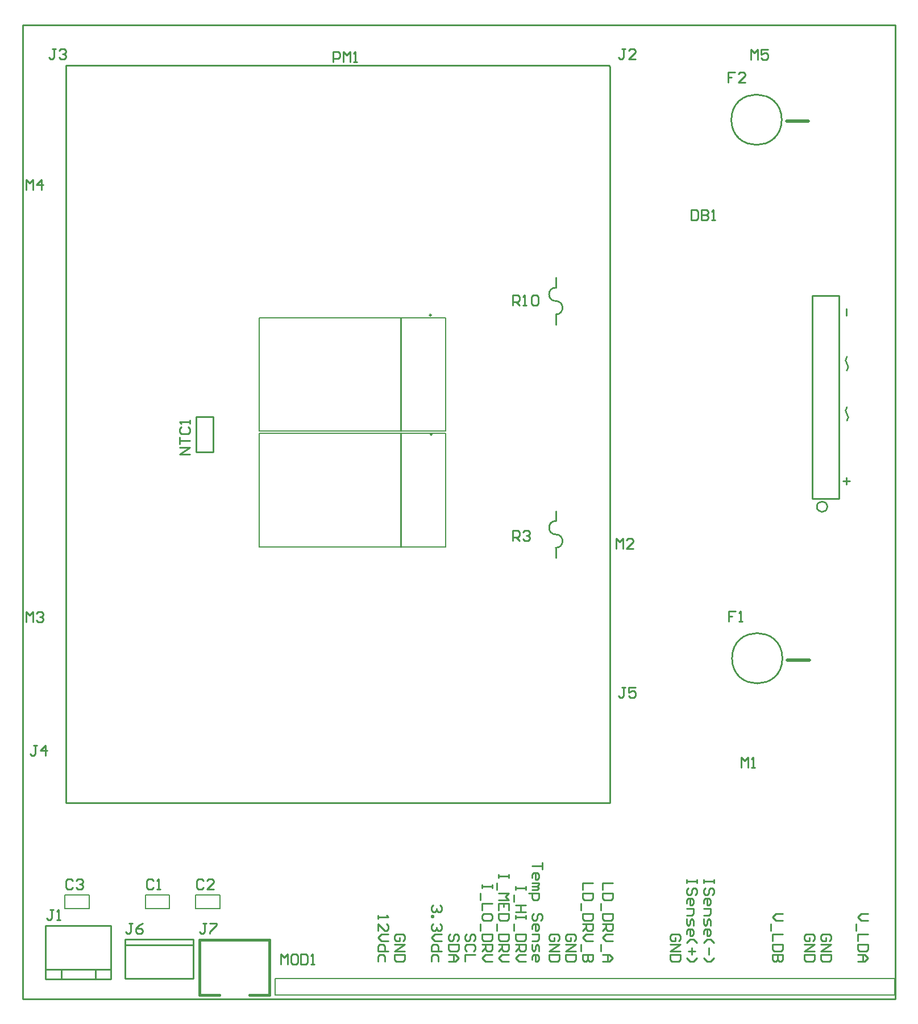
<source format=gto>
G04*
G04 #@! TF.GenerationSoftware,Altium Limited,CircuitStudio,1.5.2 (1.5.2.30)*
G04*
G04 Layer_Color=15065295*
%FSLAX44Y44*%
%MOMM*%
G71*
G01*
G75*
%ADD11C,0.2540*%
%ADD12C,0.5000*%
%ADD38C,0.2500*%
%ADD39C,0.2000*%
%ADD40C,0.4000*%
D11*
X2371000Y2220000D02*
G03*
X2371000Y2200000I0J-10000D01*
G01*
Y2180000D02*
G03*
X2371000Y2200000I0J10000D01*
G01*
Y1832500D02*
G03*
X2371000Y1852500I0J10000D01*
G01*
Y1872500D02*
G03*
X2371000Y1852500I0J-10000D01*
G01*
X2804656Y2116718D02*
G03*
X2804656Y2106718I5000J-5000D01*
G01*
Y2096718D02*
G03*
X2804656Y2106718I-5000J5000D01*
G01*
Y2041718D02*
G03*
X2804656Y2031718I5000J-5000D01*
G01*
Y2021718D02*
G03*
X2804656Y2031718I-5000J5000D01*
G01*
X2775381Y1893718D02*
G03*
X2775381Y1893718I-7725J0D01*
G01*
X2708500Y1668000D02*
G03*
X2708500Y1668000I-37500J0D01*
G01*
X2707500Y2470000D02*
G03*
X2707500Y2470000I-37500J0D01*
G01*
X2371000Y2220000D02*
Y2235000D01*
Y2165000D02*
Y2180000D01*
Y1817500D02*
Y1832500D01*
Y1872500D02*
Y1887500D01*
X2140250Y1833910D02*
Y2002820D01*
Y2006410D02*
Y2175320D01*
X1641000Y1452500D02*
X2451750D01*
X1641000D02*
Y2550750D01*
X2450000D01*
X2451750Y2549000D01*
Y1452500D02*
Y2549000D01*
X1835250Y2027750D02*
X1860250D01*
X1835250Y1975250D02*
Y2027750D01*
Y1975250D02*
X1860250D01*
Y2027750D01*
X2752656Y1905718D02*
Y2207718D01*
Y1905718D02*
X2792656D01*
Y2207718D01*
X2752656D02*
X2792656D01*
X1830900Y1191250D02*
Y1249670D01*
X1729300Y1240780D02*
X1830900D01*
X1729300Y1191250D02*
X1830900D01*
X1729300Y1249670D02*
X1830900D01*
X1729300Y1191250D02*
Y1249670D01*
X1685400Y1190350D02*
X1685500Y1190250D01*
X1685400Y1190350D02*
Y1204500D01*
X1634600Y1190400D02*
X1634750Y1190250D01*
X1634600Y1190400D02*
Y1204500D01*
X1611250D02*
X1708000D01*
X1611250Y1190250D02*
X1708000D01*
X1708500Y1190750D01*
Y1269500D01*
X1611250D02*
X1708500D01*
X1611250Y1190250D02*
Y1269500D01*
X2306750Y2193250D02*
Y2208485D01*
X2314368D01*
X2316907Y2205946D01*
Y2200867D01*
X2314368Y2198328D01*
X2306750D01*
X2311828D02*
X2316907Y2193250D01*
X2321985D02*
X2327063D01*
X2324524D01*
Y2208485D01*
X2321985Y2205946D01*
X2334681D02*
X2337220Y2208485D01*
X2342298D01*
X2344838Y2205946D01*
Y2195789D01*
X2342298Y2193250D01*
X2337220D01*
X2334681Y2195789D01*
Y2205946D01*
X2306750Y1843000D02*
Y1858235D01*
X2314368D01*
X2316907Y1855696D01*
Y1850617D01*
X2314368Y1848078D01*
X2306750D01*
X2311828D02*
X2316907Y1843000D01*
X2321985Y1855696D02*
X2324524Y1858235D01*
X2329603D01*
X2332142Y1855696D01*
Y1853157D01*
X2329603Y1850617D01*
X2327063D01*
X2329603D01*
X2332142Y1848078D01*
Y1845539D01*
X2329603Y1843000D01*
X2324524D01*
X2321985Y1845539D01*
X1651618Y1336665D02*
X1649079Y1339204D01*
X1644000D01*
X1641461Y1336665D01*
Y1326508D01*
X1644000Y1323969D01*
X1649079D01*
X1651618Y1326508D01*
X1656696Y1336665D02*
X1659235Y1339204D01*
X1664314D01*
X1666853Y1336665D01*
Y1334126D01*
X1664314Y1331586D01*
X1661774D01*
X1664314D01*
X1666853Y1329047D01*
Y1326508D01*
X1664314Y1323969D01*
X1659235D01*
X1656696Y1326508D01*
X1846577Y1336874D02*
X1844037Y1339413D01*
X1838959D01*
X1836420Y1336874D01*
Y1326717D01*
X1838959Y1324178D01*
X1844037D01*
X1846577Y1326717D01*
X1861812Y1324178D02*
X1851655D01*
X1861812Y1334335D01*
Y1336874D01*
X1859273Y1339413D01*
X1854194D01*
X1851655Y1336874D01*
X1771473Y1336888D02*
X1768934Y1339427D01*
X1763855D01*
X1761316Y1336888D01*
Y1326731D01*
X1763855Y1324192D01*
X1768934D01*
X1771473Y1326731D01*
X1776551Y1324192D02*
X1781629D01*
X1779090D01*
Y1339427D01*
X1776551Y1336888D01*
X2461260Y1831086D02*
Y1846321D01*
X2466338Y1841243D01*
X2471417Y1846321D01*
Y1831086D01*
X2486652D02*
X2476495D01*
X2486652Y1841243D01*
Y1843782D01*
X2484113Y1846321D01*
X2479034D01*
X2476495Y1843782D01*
X2572766Y2335779D02*
Y2320544D01*
X2580384D01*
X2582923Y2323083D01*
Y2333240D01*
X2580384Y2335779D01*
X2572766D01*
X2588001D02*
Y2320544D01*
X2595619D01*
X2598158Y2323083D01*
Y2325622D01*
X2595619Y2328161D01*
X2588001D01*
X2595619D01*
X2598158Y2330701D01*
Y2333240D01*
X2595619Y2335779D01*
X2588001D01*
X2603236Y2320544D02*
X2608315D01*
X2605775D01*
Y2335779D01*
X2603236Y2333240D01*
X2638711Y1738251D02*
X2628554D01*
Y1730634D01*
X2633633D01*
X2628554D01*
Y1723016D01*
X2643789D02*
X2648867D01*
X2646328D01*
Y1738251D01*
X2643789Y1735712D01*
X2637703Y2540437D02*
X2627546D01*
Y2532820D01*
X2632625D01*
X2627546D01*
Y2525202D01*
X2652938D02*
X2642781D01*
X2652938Y2535359D01*
Y2537898D01*
X2650399Y2540437D01*
X2645320D01*
X2642781Y2537898D01*
X1622737Y1293691D02*
X1617658D01*
X1620197D01*
Y1280995D01*
X1617658Y1278456D01*
X1615119D01*
X1612580Y1280995D01*
X1627815Y1278456D02*
X1632893D01*
X1630354D01*
Y1293691D01*
X1627815Y1291152D01*
X2474719Y2575809D02*
X2469640D01*
X2472180D01*
Y2563113D01*
X2469640Y2560574D01*
X2467101D01*
X2464562Y2563113D01*
X2489954Y2560574D02*
X2479797D01*
X2489954Y2570731D01*
Y2573270D01*
X2487415Y2575809D01*
X2482336D01*
X2479797Y2573270D01*
X1625851Y2575809D02*
X1620772D01*
X1623311D01*
Y2563113D01*
X1620772Y2560574D01*
X1618233D01*
X1615694Y2563113D01*
X1630929Y2573270D02*
X1633468Y2575809D01*
X1638547D01*
X1641086Y2573270D01*
Y2570731D01*
X1638547Y2568192D01*
X1636007D01*
X1638547D01*
X1641086Y2565652D01*
Y2563113D01*
X1638547Y2560574D01*
X1633468D01*
X1630929Y2563113D01*
X1598001Y1538060D02*
X1592922D01*
X1595461D01*
Y1525364D01*
X1592922Y1522825D01*
X1590383D01*
X1587844Y1525364D01*
X1610697Y1522825D02*
Y1538060D01*
X1603079Y1530443D01*
X1613236D01*
X2474719Y1624833D02*
X2469640D01*
X2472180D01*
Y1612137D01*
X2469640Y1609598D01*
X2467101D01*
X2464562Y1612137D01*
X2489954Y1624833D02*
X2479797D01*
Y1617216D01*
X2484875Y1619755D01*
X2487415D01*
X2489954Y1617216D01*
Y1612137D01*
X2487415Y1609598D01*
X2482336D01*
X2479797Y1612137D01*
X1740617Y1273679D02*
X1735538D01*
X1738077D01*
Y1260983D01*
X1735538Y1258444D01*
X1732999D01*
X1730460Y1260983D01*
X1755852Y1273679D02*
X1750773Y1271140D01*
X1745695Y1266061D01*
Y1260983D01*
X1748234Y1258444D01*
X1753313D01*
X1755852Y1260983D01*
Y1263522D01*
X1753313Y1266061D01*
X1745695D01*
X1850815Y1273686D02*
X1845737D01*
X1848276D01*
Y1260990D01*
X1845737Y1258451D01*
X1843198D01*
X1840659Y1260990D01*
X1855894Y1273686D02*
X1866050D01*
Y1271146D01*
X1855894Y1260990D01*
Y1258451D01*
X1961000Y1212000D02*
Y1227235D01*
X1966078Y1222157D01*
X1971157Y1227235D01*
Y1212000D01*
X1983853Y1227235D02*
X1978774D01*
X1976235Y1224696D01*
Y1214539D01*
X1978774Y1212000D01*
X1983853D01*
X1986392Y1214539D01*
Y1224696D01*
X1983853Y1227235D01*
X1991470D02*
Y1212000D01*
X1999088D01*
X2001627Y1214539D01*
Y1224696D01*
X1999088Y1227235D01*
X1991470D01*
X2006705Y1212000D02*
X2011784D01*
X2009245D01*
Y1227235D01*
X2006705Y1224696D01*
X1825713Y1972160D02*
X1810478D01*
X1825713Y1982317D01*
X1810478D01*
Y1987395D02*
Y1997552D01*
Y1992473D01*
X1825713D01*
X1813017Y2012787D02*
X1810478Y2010248D01*
Y2005169D01*
X1813017Y2002630D01*
X1823174D01*
X1825713Y2005169D01*
Y2010248D01*
X1823174Y2012787D01*
X1825713Y2017865D02*
Y2022944D01*
Y2020404D01*
X1810478D01*
X1813017Y2017865D01*
X2039000Y2556000D02*
Y2571235D01*
X2046617D01*
X2049157Y2568696D01*
Y2563617D01*
X2046617Y2561078D01*
X2039000D01*
X2054235Y2556000D02*
Y2571235D01*
X2059313Y2566157D01*
X2064392Y2571235D01*
Y2556000D01*
X2069470D02*
X2074548D01*
X2072009D01*
Y2571235D01*
X2069470Y2568696D01*
X2647188Y1504950D02*
Y1520185D01*
X2652266Y1515107D01*
X2657345Y1520185D01*
Y1504950D01*
X2662423D02*
X2667502D01*
X2664962D01*
Y1520185D01*
X2662423Y1517646D01*
X2662000Y2559000D02*
Y2574235D01*
X2667078Y2569156D01*
X2672157Y2574235D01*
Y2559000D01*
X2687392Y2574235D02*
X2677235D01*
Y2566617D01*
X2682314Y2569156D01*
X2684853D01*
X2687392Y2566617D01*
Y2561539D01*
X2684853Y2559000D01*
X2679774D01*
X2677235Y2561539D01*
X1582166Y2365502D02*
Y2380737D01*
X1587244Y2375659D01*
X1592323Y2380737D01*
Y2365502D01*
X1605019D02*
Y2380737D01*
X1597401Y2373120D01*
X1607558D01*
X1582166Y1722120D02*
Y1737355D01*
X1587244Y1732277D01*
X1592323Y1737355D01*
Y1722120D01*
X1597401Y1734816D02*
X1599940Y1737355D01*
X1605019D01*
X1607558Y1734816D01*
Y1732277D01*
X1605019Y1729738D01*
X1602479D01*
X1605019D01*
X1607558Y1727198D01*
Y1724659D01*
X1605019Y1722120D01*
X1599940D01*
X1597401Y1724659D01*
X2836235Y1287470D02*
X2826078D01*
X2821000Y1282392D01*
X2826078Y1277313D01*
X2836235D01*
X2818461Y1272235D02*
Y1262078D01*
X2836235Y1257000D02*
X2821000D01*
Y1246843D01*
X2836235Y1241765D02*
X2821000D01*
Y1234147D01*
X2823539Y1231608D01*
X2833696D01*
X2836235Y1234147D01*
Y1241765D01*
X2821000Y1226530D02*
X2831157D01*
X2836235Y1221451D01*
X2831157Y1216373D01*
X2821000D01*
X2828618D01*
Y1226530D01*
X2708735Y1287470D02*
X2698578D01*
X2693500Y1282392D01*
X2698578Y1277313D01*
X2708735D01*
X2690961Y1272235D02*
Y1262078D01*
X2708735Y1257000D02*
X2693500D01*
Y1246843D01*
X2708735Y1241765D02*
X2693500D01*
Y1234147D01*
X2696039Y1231608D01*
X2706196D01*
X2708735Y1234147D01*
Y1241765D01*
Y1226530D02*
X2693500D01*
Y1218912D01*
X2696039Y1216373D01*
X2698578D01*
X2701118Y1218912D01*
Y1226530D01*
Y1218912D01*
X2703657Y1216373D01*
X2706196D01*
X2708735Y1218912D01*
Y1226530D01*
X2778696Y1246843D02*
X2781235Y1249382D01*
Y1254461D01*
X2778696Y1257000D01*
X2768539D01*
X2766000Y1254461D01*
Y1249382D01*
X2768539Y1246843D01*
X2773618D01*
Y1251921D01*
X2766000Y1241765D02*
X2781235D01*
X2766000Y1231608D01*
X2781235D01*
Y1226530D02*
X2766000D01*
Y1218912D01*
X2768539Y1216373D01*
X2778696D01*
X2781235Y1218912D01*
Y1226530D01*
X2753696Y1246843D02*
X2756235Y1249382D01*
Y1254461D01*
X2753696Y1257000D01*
X2743539D01*
X2741000Y1254461D01*
Y1249382D01*
X2743539Y1246843D01*
X2748618D01*
Y1251921D01*
X2741000Y1241765D02*
X2756235D01*
X2741000Y1231608D01*
X2756235D01*
Y1226530D02*
X2741000D01*
Y1218912D01*
X2743539Y1216373D01*
X2753696D01*
X2756235Y1218912D01*
Y1226530D01*
X2606235Y1338254D02*
Y1333175D01*
Y1335714D01*
X2591000D01*
Y1338254D01*
Y1333175D01*
X2603696Y1315401D02*
X2606235Y1317940D01*
Y1323018D01*
X2603696Y1325558D01*
X2601157D01*
X2598618Y1323018D01*
Y1317940D01*
X2596078Y1315401D01*
X2593539D01*
X2591000Y1317940D01*
Y1323018D01*
X2593539Y1325558D01*
X2591000Y1302705D02*
Y1307783D01*
X2593539Y1310323D01*
X2598618D01*
X2601157Y1307783D01*
Y1302705D01*
X2598618Y1300166D01*
X2596078D01*
Y1310323D01*
X2591000Y1295087D02*
X2601157D01*
Y1287470D01*
X2598618Y1284931D01*
X2591000D01*
Y1279853D02*
Y1272235D01*
X2593539Y1269696D01*
X2596078Y1272235D01*
Y1277313D01*
X2598618Y1279853D01*
X2601157Y1277313D01*
Y1269696D01*
X2591000Y1257000D02*
Y1262078D01*
X2593539Y1264617D01*
X2598618D01*
X2601157Y1262078D01*
Y1257000D01*
X2598618Y1254461D01*
X2596078D01*
Y1264617D01*
X2591000Y1244304D02*
X2596078Y1249382D01*
X2601157D01*
X2606235Y1244304D01*
X2598618Y1236686D02*
Y1226530D01*
X2591000Y1221451D02*
X2596078Y1216373D01*
X2601157D01*
X2606235Y1221451D01*
X2581235Y1338254D02*
Y1333175D01*
Y1335714D01*
X2566000D01*
Y1338254D01*
Y1333175D01*
X2578696Y1315401D02*
X2581235Y1317940D01*
Y1323018D01*
X2578696Y1325558D01*
X2576157D01*
X2573618Y1323018D01*
Y1317940D01*
X2571078Y1315401D01*
X2568539D01*
X2566000Y1317940D01*
Y1323018D01*
X2568539Y1325558D01*
X2566000Y1302705D02*
Y1307783D01*
X2568539Y1310323D01*
X2573618D01*
X2576157Y1307783D01*
Y1302705D01*
X2573618Y1300166D01*
X2571078D01*
Y1310323D01*
X2566000Y1295087D02*
X2576157D01*
Y1287470D01*
X2573618Y1284931D01*
X2566000D01*
Y1279853D02*
Y1272235D01*
X2568539Y1269696D01*
X2571078Y1272235D01*
Y1277313D01*
X2573618Y1279853D01*
X2576157Y1277313D01*
Y1269696D01*
X2566000Y1257000D02*
Y1262078D01*
X2568539Y1264617D01*
X2573618D01*
X2576157Y1262078D01*
Y1257000D01*
X2573618Y1254461D01*
X2571078D01*
Y1264617D01*
X2566000Y1244304D02*
X2571078Y1249382D01*
X2576157D01*
X2581235Y1244304D01*
X2573618Y1236686D02*
Y1226530D01*
X2578696Y1231608D02*
X2568539D01*
X2566000Y1221451D02*
X2571078Y1216373D01*
X2576157D01*
X2581235Y1221451D01*
X2553696Y1246843D02*
X2556235Y1249382D01*
Y1254461D01*
X2553696Y1257000D01*
X2543539D01*
X2541000Y1254461D01*
Y1249382D01*
X2543539Y1246843D01*
X2548618D01*
Y1251921D01*
X2541000Y1241765D02*
X2556235D01*
X2541000Y1231608D01*
X2556235D01*
Y1226530D02*
X2541000D01*
Y1218912D01*
X2543539Y1216373D01*
X2553696D01*
X2556235Y1218912D01*
Y1226530D01*
X2456235Y1333175D02*
X2441000D01*
Y1323018D01*
X2456235Y1317940D02*
X2441000D01*
Y1310323D01*
X2443539Y1307783D01*
X2453696D01*
X2456235Y1310323D01*
Y1317940D01*
X2438461Y1302705D02*
Y1292548D01*
X2456235Y1287470D02*
X2441000D01*
Y1279853D01*
X2443539Y1277313D01*
X2453696D01*
X2456235Y1279853D01*
Y1287470D01*
X2441000Y1272235D02*
X2456235D01*
Y1264617D01*
X2453696Y1262078D01*
X2448618D01*
X2446078Y1264617D01*
Y1272235D01*
Y1267157D02*
X2441000Y1262078D01*
X2456235Y1257000D02*
X2446078D01*
X2441000Y1251921D01*
X2446078Y1246843D01*
X2456235D01*
X2438461Y1241765D02*
Y1231608D01*
X2441000Y1226530D02*
X2451157D01*
X2456235Y1221451D01*
X2451157Y1216373D01*
X2441000D01*
X2448618D01*
Y1226530D01*
X2426235Y1333175D02*
X2411000D01*
Y1323018D01*
X2426235Y1317940D02*
X2411000D01*
Y1310323D01*
X2413539Y1307783D01*
X2423696D01*
X2426235Y1310323D01*
Y1317940D01*
X2408461Y1302705D02*
Y1292548D01*
X2426235Y1287470D02*
X2411000D01*
Y1279853D01*
X2413539Y1277313D01*
X2423696D01*
X2426235Y1279853D01*
Y1287470D01*
X2411000Y1272235D02*
X2426235D01*
Y1264617D01*
X2423696Y1262078D01*
X2418618D01*
X2416078Y1264617D01*
Y1272235D01*
Y1267157D02*
X2411000Y1262078D01*
X2426235Y1257000D02*
X2416078D01*
X2411000Y1251921D01*
X2416078Y1246843D01*
X2426235D01*
X2408461Y1241765D02*
Y1231608D01*
X2426235Y1226530D02*
X2411000D01*
Y1218912D01*
X2413539Y1216373D01*
X2416078D01*
X2418618Y1218912D01*
Y1226530D01*
Y1218912D01*
X2421157Y1216373D01*
X2423696D01*
X2426235Y1218912D01*
Y1226530D01*
X2398696Y1246843D02*
X2401235Y1249382D01*
Y1254461D01*
X2398696Y1257000D01*
X2388539D01*
X2386000Y1254461D01*
Y1249382D01*
X2388539Y1246843D01*
X2393618D01*
Y1251921D01*
X2386000Y1241765D02*
X2401235D01*
X2386000Y1231608D01*
X2401235D01*
Y1226530D02*
X2386000D01*
Y1218912D01*
X2388539Y1216373D01*
X2398696D01*
X2401235Y1218912D01*
Y1226530D01*
X2373696Y1246843D02*
X2376235Y1249382D01*
Y1254461D01*
X2373696Y1257000D01*
X2363539D01*
X2361000Y1254461D01*
Y1249382D01*
X2363539Y1246843D01*
X2368618D01*
Y1251921D01*
X2361000Y1241765D02*
X2376235D01*
X2361000Y1231608D01*
X2376235D01*
Y1226530D02*
X2361000D01*
Y1218912D01*
X2363539Y1216373D01*
X2373696D01*
X2376235Y1218912D01*
Y1226530D01*
X2351235Y1363645D02*
Y1353489D01*
Y1358567D01*
X2336000D01*
Y1340793D02*
Y1345871D01*
X2338539Y1348410D01*
X2343618D01*
X2346157Y1345871D01*
Y1340793D01*
X2343618Y1338254D01*
X2341078D01*
Y1348410D01*
X2336000Y1333175D02*
X2346157D01*
Y1330636D01*
X2343618Y1328097D01*
X2336000D01*
X2343618D01*
X2346157Y1325558D01*
X2343618Y1323018D01*
X2336000D01*
X2330922Y1317940D02*
X2346157D01*
Y1310323D01*
X2343618Y1307783D01*
X2338539D01*
X2336000Y1310323D01*
Y1317940D01*
X2348696Y1277313D02*
X2351235Y1279853D01*
Y1284931D01*
X2348696Y1287470D01*
X2346157D01*
X2343618Y1284931D01*
Y1279853D01*
X2341078Y1277313D01*
X2338539D01*
X2336000Y1279853D01*
Y1284931D01*
X2338539Y1287470D01*
X2336000Y1264617D02*
Y1269696D01*
X2338539Y1272235D01*
X2343618D01*
X2346157Y1269696D01*
Y1264617D01*
X2343618Y1262078D01*
X2341078D01*
Y1272235D01*
X2336000Y1257000D02*
X2346157D01*
Y1249382D01*
X2343618Y1246843D01*
X2336000D01*
Y1241765D02*
Y1234147D01*
X2338539Y1231608D01*
X2341078Y1234147D01*
Y1239226D01*
X2343618Y1241765D01*
X2346157Y1239226D01*
Y1231608D01*
X2336000Y1218912D02*
Y1223990D01*
X2338539Y1226530D01*
X2343618D01*
X2346157Y1223990D01*
Y1218912D01*
X2343618Y1216373D01*
X2341078D01*
Y1226530D01*
X2326235Y1328097D02*
Y1323018D01*
Y1325558D01*
X2311000D01*
Y1328097D01*
Y1323018D01*
X2308461Y1315401D02*
Y1305244D01*
X2326235Y1300166D02*
X2311000D01*
X2318618D01*
Y1290009D01*
X2326235D01*
X2311000D01*
X2326235Y1284931D02*
Y1279853D01*
Y1282392D01*
X2311000D01*
Y1284931D01*
Y1279853D01*
X2308461Y1272235D02*
Y1262078D01*
X2326235Y1257000D02*
X2311000D01*
Y1249382D01*
X2313539Y1246843D01*
X2323696D01*
X2326235Y1249382D01*
Y1257000D01*
X2311000Y1241765D02*
X2326235D01*
Y1234147D01*
X2323696Y1231608D01*
X2318618D01*
X2316078Y1234147D01*
Y1241765D01*
Y1236686D02*
X2311000Y1231608D01*
X2326235Y1226530D02*
X2316078D01*
X2311000Y1221451D01*
X2316078Y1216373D01*
X2326235D01*
X2301235Y1345871D02*
Y1340793D01*
Y1343332D01*
X2286000D01*
Y1345871D01*
Y1340793D01*
X2283461Y1333175D02*
Y1323018D01*
X2286000Y1317940D02*
X2301235D01*
X2296157Y1312862D01*
X2301235Y1307783D01*
X2286000D01*
X2301235Y1292548D02*
Y1302705D01*
X2286000D01*
Y1292548D01*
X2293618Y1302705D02*
Y1297627D01*
X2301235Y1287470D02*
X2286000D01*
Y1279853D01*
X2288539Y1277313D01*
X2298696D01*
X2301235Y1279853D01*
Y1287470D01*
X2283461Y1272235D02*
Y1262078D01*
X2301235Y1257000D02*
X2286000D01*
Y1249382D01*
X2288539Y1246843D01*
X2298696D01*
X2301235Y1249382D01*
Y1257000D01*
X2286000Y1241765D02*
X2301235D01*
Y1234147D01*
X2298696Y1231608D01*
X2293618D01*
X2291078Y1234147D01*
Y1241765D01*
Y1236686D02*
X2286000Y1231608D01*
X2301235Y1226530D02*
X2291078D01*
X2286000Y1221451D01*
X2291078Y1216373D01*
X2301235D01*
X2276235Y1330636D02*
Y1325558D01*
Y1328097D01*
X2261000D01*
Y1330636D01*
Y1325558D01*
X2258461Y1317940D02*
Y1307783D01*
X2276235Y1302705D02*
X2261000D01*
Y1292548D01*
X2276235Y1279853D02*
Y1284931D01*
X2273696Y1287470D01*
X2263539D01*
X2261000Y1284931D01*
Y1279853D01*
X2263539Y1277313D01*
X2273696D01*
X2276235Y1279853D01*
X2258461Y1272235D02*
Y1262078D01*
X2276235Y1257000D02*
X2261000D01*
Y1249382D01*
X2263539Y1246843D01*
X2273696D01*
X2276235Y1249382D01*
Y1257000D01*
X2261000Y1241765D02*
X2276235D01*
Y1234147D01*
X2273696Y1231608D01*
X2268618D01*
X2266078Y1234147D01*
Y1241765D01*
Y1236686D02*
X2261000Y1231608D01*
X2276235Y1226530D02*
X2266078D01*
X2261000Y1221451D01*
X2266078Y1216373D01*
X2276235D01*
X2248696Y1246843D02*
X2251235Y1249382D01*
Y1254461D01*
X2248696Y1257000D01*
X2246157D01*
X2243618Y1254461D01*
Y1249382D01*
X2241078Y1246843D01*
X2238539D01*
X2236000Y1249382D01*
Y1254461D01*
X2238539Y1257000D01*
X2248696Y1231608D02*
X2251235Y1234147D01*
Y1239226D01*
X2248696Y1241765D01*
X2238539D01*
X2236000Y1239226D01*
Y1234147D01*
X2238539Y1231608D01*
X2251235Y1226530D02*
X2236000D01*
Y1216373D01*
X2223696Y1246843D02*
X2226235Y1249382D01*
Y1254461D01*
X2223696Y1257000D01*
X2221157D01*
X2218618Y1254461D01*
Y1249382D01*
X2216078Y1246843D01*
X2213539D01*
X2211000Y1249382D01*
Y1254461D01*
X2213539Y1257000D01*
X2226235Y1241765D02*
X2211000D01*
Y1234147D01*
X2213539Y1231608D01*
X2223696D01*
X2226235Y1234147D01*
Y1241765D01*
X2211000Y1226530D02*
X2221157D01*
X2226235Y1221451D01*
X2221157Y1216373D01*
X2211000D01*
X2218618D01*
Y1226530D01*
X2198696Y1300166D02*
X2201235Y1297627D01*
Y1292548D01*
X2198696Y1290009D01*
X2196157D01*
X2193618Y1292548D01*
Y1295087D01*
Y1292548D01*
X2191078Y1290009D01*
X2188539D01*
X2186000Y1292548D01*
Y1297627D01*
X2188539Y1300166D01*
X2186000Y1284931D02*
X2188539D01*
Y1282392D01*
X2186000D01*
Y1284931D01*
X2198696Y1272235D02*
X2201235Y1269696D01*
Y1264617D01*
X2198696Y1262078D01*
X2196157D01*
X2193618Y1264617D01*
Y1267157D01*
Y1264617D01*
X2191078Y1262078D01*
X2188539D01*
X2186000Y1264617D01*
Y1269696D01*
X2188539Y1272235D01*
X2201235Y1257000D02*
X2191078D01*
X2186000Y1251921D01*
X2191078Y1246843D01*
X2201235D01*
Y1231608D02*
X2186000D01*
Y1239226D01*
X2188539Y1241765D01*
X2193618D01*
X2196157Y1239226D01*
Y1231608D01*
Y1216373D02*
Y1223990D01*
X2193618Y1226530D01*
X2188539D01*
X2186000Y1223990D01*
Y1216373D01*
X2143696Y1246843D02*
X2146235Y1249382D01*
Y1254461D01*
X2143696Y1257000D01*
X2133539D01*
X2131000Y1254461D01*
Y1249382D01*
X2133539Y1246843D01*
X2138618D01*
Y1251921D01*
X2131000Y1241765D02*
X2146235D01*
X2131000Y1231608D01*
X2146235D01*
Y1226530D02*
X2131000D01*
Y1218912D01*
X2133539Y1216373D01*
X2143696D01*
X2146235Y1218912D01*
Y1226530D01*
X2106000Y1284931D02*
Y1279853D01*
Y1282392D01*
X2121235D01*
X2118696Y1284931D01*
X2106000Y1262078D02*
Y1272235D01*
X2116157Y1262078D01*
X2118696D01*
X2121235Y1264617D01*
Y1269696D01*
X2118696Y1272235D01*
X2121235Y1257000D02*
X2111078D01*
X2106000Y1251921D01*
X2111078Y1246843D01*
X2121235D01*
Y1231608D02*
X2106000D01*
Y1239226D01*
X2108539Y1241765D01*
X2113618D01*
X2116157Y1239226D01*
Y1231608D01*
Y1216373D02*
Y1223990D01*
X2113618Y1226530D01*
X2108539D01*
X2106000Y1223990D01*
Y1216373D01*
X2804038Y1926718D02*
Y1936875D01*
X2798960Y1931796D02*
X2809117D01*
X2804038Y2178718D02*
Y2188875D01*
X1577000Y1161000D02*
Y2611000D01*
Y1161000D02*
X2877000D01*
Y2611000D01*
X1577000D02*
X2877000D01*
D12*
X2716000Y1665500D02*
X2748500D01*
X2715000Y2467500D02*
X2747500D01*
D38*
X2186500Y2001500D02*
G03*
X2186500Y2001500I-1250J0D01*
G01*
X2185500Y2179000D02*
G03*
X2185500Y2179000I-1250J0D01*
G01*
D39*
X2207250Y1833910D02*
Y2002820D01*
X1928980Y1833910D02*
X2207250D01*
X1928980Y2002820D02*
X2207250D01*
X1928980Y1833910D02*
Y2002820D01*
Y2175320D02*
X2207250D01*
X1928980Y2006410D02*
X2207250D01*
Y2175320D01*
X1928980Y2006410D02*
Y2175320D01*
X1759810Y1295140D02*
Y1315460D01*
X1795878Y1295140D02*
Y1315460D01*
X1759810D02*
X1795878D01*
X1759810Y1295140D02*
X1795878D01*
X1870878D02*
Y1315460D01*
X1834810Y1295140D02*
Y1315460D01*
Y1295140D02*
X1870878D01*
X1834810Y1315460D02*
X1870878D01*
X1675878Y1295140D02*
Y1315460D01*
X1639810Y1295140D02*
Y1315460D01*
Y1295140D02*
X1675878D01*
X1639810Y1315460D02*
X1675878D01*
X1952900Y1191000D02*
X2876000D01*
X1952900Y1167000D02*
Y1191000D01*
Y1167000D02*
X2876000D01*
Y1191000D01*
D40*
X1840000Y1166940D02*
X1870000D01*
X1840000Y1248940D02*
X1944500D01*
X1840000Y1166940D02*
Y1248940D01*
X1914500Y1166940D02*
X1944500D01*
Y1248940D01*
M02*

</source>
